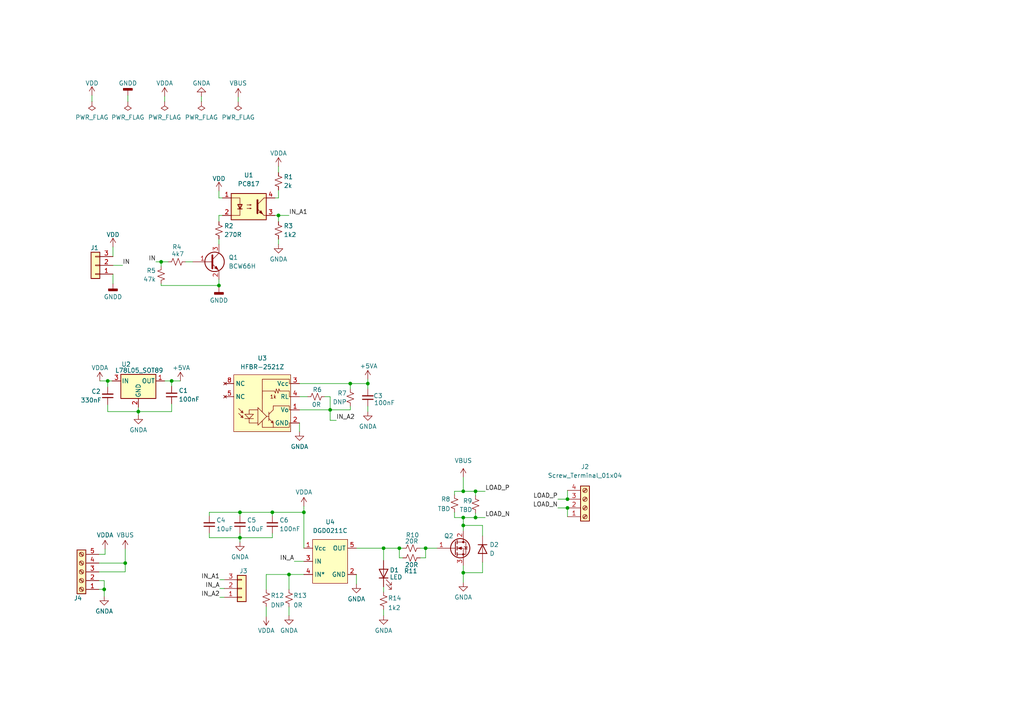
<source format=kicad_sch>
(kicad_sch (version 20211123) (generator eeschema)
  (paper "A4")
  (lib_symbols
    (symbol "CL_Fiber_Optic:HFBR-2521Z"
      (property "Reference" "U" (at -10.16 -10.16 0))
      (property "Value" "HFBR-2521Z" (at -5.08 8.89 0))
      (symbol "HFBR-2521Z_0_0"
        (rectangle (start -11.43 7.62) (end 5.08 -8.89) (fill (type background)))
        (polyline (pts (xy 0 -2.54) (xy 0 -1.397)))
        (polyline (pts (xy 4.699 -6.35) (xy 5.08 -6.35)))
        (polyline (pts (xy 4.699 -2.54) (xy 5.08 -2.54)))
        (polyline (pts (xy 4.699 1.27) (xy 5.08 1.27)))
        (polyline (pts (xy 4.699 5.08) (xy 4.699 6.35)))
        (polyline (pts (xy 4.699 5.08) (xy 5.08 5.08)))
        (text "1k" (at 0 1.27 0) (effects (font (size 1 1))))
      )
      (symbol "HFBR-2521Z_0_1"
        (polyline (pts (xy -10.033 -3.556) (xy -8.763 -4.826)))
        (polyline (pts (xy -10.033 -2.159) (xy -8.763 -3.429)))
        (polyline (pts (xy -8.255 -5.08) (xy -5.715 -5.08)))
        (polyline (pts (xy -1.27 -5.08) (xy 0 -6.35)))
        (polyline (pts (xy -1.27 -3.81) (xy 0 -2.54)))
        (polyline (pts (xy -6.985 -5.08) (xy -6.985 -6.35) (xy -4.445 -6.35)))
        (polyline (pts (xy -6.985 -3.81) (xy -6.985 -2.54) (xy -4.445 -2.54)))
        (polyline (pts (xy 4.699 -6.35) (xy 4.699 -7.62) (xy 0 -7.62)))
        (polyline (pts (xy 4.699 -2.54) (xy 4.699 -1.397) (xy 0 -1.397)))
        (polyline (pts (xy -8.763 -4.826) (xy -8.89 -4.191) (xy -9.398 -4.699) (xy -8.763 -4.826)))
        (polyline (pts (xy -8.763 -3.429) (xy -8.89 -2.794) (xy -9.398 -3.302) (xy -8.763 -3.429)))
        (polyline (pts (xy -8.255 -3.81) (xy -5.715 -3.81) (xy -6.985 -5.08) (xy -8.255 -3.81)))
        (polyline (pts (xy -4.445 -1.905) (xy -4.445 -6.985) (xy -1.905 -4.445) (xy -4.445 -1.905)))
        (polyline (pts (xy -3.175 -5.715) (xy -3.175 -7.62) (xy 0 -7.62) (xy 0 -6.35)))
        (polyline (pts (xy -3.175 0.635) (xy -3.175 6.35) (xy 4.699 6.35) (xy 4.699 6.35)))
        (polyline (pts (xy -1.905 -4.445) (xy -1.27 -4.445) (xy -1.27 -3.175) (xy -1.27 -5.715)))
        (polyline (pts (xy 0 -6.35) (xy -0.127 -5.715) (xy -0.635 -6.223) (xy 0 -6.35)))
        (polyline (pts (xy 4.699 1.27) (xy 4.699 2.921) (xy 1.905 2.921) (xy 1.651 3.556) (xy 1.397 2.286) (xy 0.889 3.556) (xy 0.635 2.286) (xy 0.381 2.921) (xy -3.175 2.921) (xy -3.175 2.921) (xy -3.175 -3.175)))
      )
      (symbol "HFBR-2521Z_1_1"
        (pin output line (at 7.62 -2.54 180) (length 2.54) (name "Vo") (number "1"))
        (pin power_in line (at 7.62 -6.35 180) (length 2.54) (name "GND") (number "2"))
        (pin power_in line (at 7.62 5.08 180) (length 2.54) (name "Vcc") (number "3"))
        (pin input line (at 7.62 1.27 180) (length 2.54) (name "RL") (number "4"))
        (pin no_connect line (at -13.97 1.27 0) (length 2.54) (name "NC") (number "5"))
        (pin no_connect line (at -13.97 5.08 0) (length 2.54) (name "NC") (number "8"))
      )
    )
    (symbol "CL_Gate_Drivers:DGD0211C"
      (property "Reference" "U" (at -5.08 7.62 0))
      (property "Value" "DGD0211C" (at 0 -7.62 0))
      (symbol "DGD0211C_0_1"
        (rectangle (start -5.08 6.35) (end 5.08 -6.35) (fill (type background)))
      )
      (symbol "DGD0211C_1_1"
        (pin power_in line (at -7.62 3.81 0) (length 2.54) (name "Vcc") (number "1"))
        (pin power_in line (at 7.62 -3.81 180) (length 2.54) (name "GND") (number "2"))
        (pin input line (at -7.62 0 0) (length 2.54) (name "IN") (number "3"))
        (pin input line (at -7.62 -3.81 0) (length 2.54) (name "IN*") (number "4"))
        (pin output line (at 7.62 3.81 180) (length 2.54) (name "OUT") (number "5"))
      )
    )
    (symbol "Connector:Screw_Terminal_01x04" (pin_names (offset 1.016) hide)
      (property "Reference" "J" (at 0 5.08 0))
      (property "Value" "Screw_Terminal_01x04" (at 0 -7.62 0))
      (symbol "Screw_Terminal_01x04_1_1"
        (rectangle (start -1.27 3.81) (end 1.27 -6.35) (stroke (width 0.254)) (fill (type background)))
        (circle (center 0 -5.08) (radius 0.635) (stroke (width 0.1524)))
        (circle (center 0 -2.54) (radius 0.635) (stroke (width 0.1524)))
        (polyline (pts (xy -0.5334 -4.7498) (xy 0.3302 -5.588)) (stroke (width 0.1524)))
        (polyline (pts (xy -0.5334 -2.2098) (xy 0.3302 -3.048)) (stroke (width 0.1524)))
        (polyline (pts (xy -0.5334 0.3302) (xy 0.3302 -0.508)) (stroke (width 0.1524)))
        (polyline (pts (xy -0.5334 2.8702) (xy 0.3302 2.032)) (stroke (width 0.1524)))
        (polyline (pts (xy -0.3556 -4.572) (xy 0.508 -5.4102)) (stroke (width 0.1524)))
        (polyline (pts (xy -0.3556 -2.032) (xy 0.508 -2.8702)) (stroke (width 0.1524)))
        (polyline (pts (xy -0.3556 0.508) (xy 0.508 -0.3302)) (stroke (width 0.1524)))
        (polyline (pts (xy -0.3556 3.048) (xy 0.508 2.2098)) (stroke (width 0.1524)))
        (circle (center 0 0) (radius 0.635) (stroke (width 0.1524)))
        (circle (center 0 2.54) (radius 0.635) (stroke (width 0.1524)))
        (pin passive line (at -5.08 2.54 0) (length 3.81) (name "Pin_1") (number "1"))
        (pin passive line (at -5.08 0 0) (length 3.81) (name "Pin_2") (number "2"))
        (pin passive line (at -5.08 -2.54 0) (length 3.81) (name "Pin_3") (number "3"))
        (pin passive line (at -5.08 -5.08 0) (length 3.81) (name "Pin_4") (number "4"))
      )
    )
    (symbol "Connector:Screw_Terminal_01x05" (pin_names (offset 1.016) hide)
      (property "Reference" "J" (at 0 7.62 0))
      (property "Value" "Screw_Terminal_01x05" (at 0 -7.62 0))
      (symbol "Screw_Terminal_01x05_1_1"
        (rectangle (start -1.27 6.35) (end 1.27 -6.35) (stroke (width 0.254)) (fill (type background)))
        (circle (center 0 -5.08) (radius 0.635) (stroke (width 0.1524)))
        (circle (center 0 -2.54) (radius 0.635) (stroke (width 0.1524)))
        (polyline (pts (xy -0.5334 -4.7498) (xy 0.3302 -5.588)) (stroke (width 0.1524)))
        (polyline (pts (xy -0.5334 -2.2098) (xy 0.3302 -3.048)) (stroke (width 0.1524)))
        (polyline (pts (xy -0.5334 0.3302) (xy 0.3302 -0.508)) (stroke (width 0.1524)))
        (polyline (pts (xy -0.5334 2.8702) (xy 0.3302 2.032)) (stroke (width 0.1524)))
        (polyline (pts (xy -0.5334 5.4102) (xy 0.3302 4.572)) (stroke (width 0.1524)))
        (polyline (pts (xy -0.3556 -4.572) (xy 0.508 -5.4102)) (stroke (width 0.1524)))
        (polyline (pts (xy -0.3556 -2.032) (xy 0.508 -2.8702)) (stroke (width 0.1524)))
        (polyline (pts (xy -0.3556 0.508) (xy 0.508 -0.3302)) (stroke (width 0.1524)))
        (polyline (pts (xy -0.3556 3.048) (xy 0.508 2.2098)) (stroke (width 0.1524)))
        (polyline (pts (xy -0.3556 5.588) (xy 0.508 4.7498)) (stroke (width 0.1524)))
        (circle (center 0 0) (radius 0.635) (stroke (width 0.1524)))
        (circle (center 0 2.54) (radius 0.635) (stroke (width 0.1524)))
        (circle (center 0 5.08) (radius 0.635) (stroke (width 0.1524)))
        (pin passive line (at -5.08 5.08 0) (length 3.81) (name "Pin_1") (number "1"))
        (pin passive line (at -5.08 2.54 0) (length 3.81) (name "Pin_2") (number "2"))
        (pin passive line (at -5.08 0 0) (length 3.81) (name "Pin_3") (number "3"))
        (pin passive line (at -5.08 -2.54 0) (length 3.81) (name "Pin_4") (number "4"))
        (pin passive line (at -5.08 -5.08 0) (length 3.81) (name "Pin_5") (number "5"))
      )
    )
    (symbol "Connector_Generic:Conn_01x03" (pin_names (offset 1.016) hide)
      (property "Reference" "J" (at 0 5.08 0))
      (property "Value" "Conn_01x03" (at 0 -5.08 0))
      (symbol "Conn_01x03_1_1"
        (rectangle (start -1.27 -2.413) (end 0 -2.667) (stroke (width 0.1524)))
        (rectangle (start -1.27 0.127) (end 0 -0.127) (stroke (width 0.1524)))
        (rectangle (start -1.27 2.667) (end 0 2.413) (stroke (width 0.1524)))
        (rectangle (start -1.27 3.81) (end 1.27 -3.81) (stroke (width 0.254)) (fill (type background)))
        (pin passive line (at -5.08 2.54 0) (length 3.81) (name "Pin_1") (number "1"))
        (pin passive line (at -5.08 0 0) (length 3.81) (name "Pin_2") (number "2"))
        (pin passive line (at -5.08 -2.54 0) (length 3.81) (name "Pin_3") (number "3"))
      )
    )
    (symbol "Device:C_Small" (pin_numbers hide) (pin_names (offset 0.254) hide)
      (property "Reference" "C" (at 0.254 1.778 0))
      (property "Value" "C_Small" (at 0.254 -2.032 0))
      (symbol "C_Small_0_1"
        (polyline (pts (xy -1.524 -0.508) (xy 1.524 -0.508)) (stroke (width 0.3302)))
        (polyline (pts (xy -1.524 0.508) (xy 1.524 0.508)) (stroke (width 0.3048)))
      )
      (symbol "C_Small_1_1"
        (pin passive line (at 0 2.54 270) (length 2.032) (name "~") (number "1"))
        (pin passive line (at 0 -2.54 90) (length 2.032) (name "~") (number "2"))
      )
    )
    (symbol "Device:D" (pin_numbers hide) (pin_names (offset 1.016) hide)
      (property "Reference" "D" (at 0 2.54 0))
      (property "Value" "D" (at 0 -2.54 0))
      (symbol "D_0_1"
        (polyline (pts (xy -1.27 1.27) (xy -1.27 -1.27)) (stroke (width 0.254)))
        (polyline (pts (xy 1.27 0) (xy -1.27 0)))
        (polyline (pts (xy 1.27 1.27) (xy 1.27 -1.27) (xy -1.27 0) (xy 1.27 1.27)) (stroke (width 0.254)))
      )
      (symbol "D_1_1"
        (pin passive line (at -3.81 0 0) (length 2.54) (name "K") (number "1"))
        (pin passive line (at 3.81 0 180) (length 2.54) (name "A") (number "2"))
      )
    )
    (symbol "Device:LED" (pin_numbers hide) (pin_names (offset 1.016) hide)
      (property "Reference" "D" (at 0 2.54 0))
      (property "Value" "LED" (at 0 -2.54 0))
      (symbol "LED_0_1"
        (polyline (pts (xy -1.27 -1.27) (xy -1.27 1.27)) (stroke (width 0.254)))
        (polyline (pts (xy -1.27 0) (xy 1.27 0)))
        (polyline (pts (xy 1.27 -1.27) (xy 1.27 1.27) (xy -1.27 0) (xy 1.27 -1.27)) (stroke (width 0.254)))
        (polyline (pts (xy -3.048 -0.762) (xy -4.572 -2.286) (xy -3.81 -2.286) (xy -4.572 -2.286) (xy -4.572 -1.524)))
        (polyline (pts (xy -1.778 -0.762) (xy -3.302 -2.286) (xy -2.54 -2.286) (xy -3.302 -2.286) (xy -3.302 -1.524)))
      )
      (symbol "LED_1_1"
        (pin passive line (at -3.81 0 0) (length 2.54) (name "K") (number "1"))
        (pin passive line (at 3.81 0 180) (length 2.54) (name "A") (number "2"))
      )
    )
    (symbol "Device:Q_NMOS_GDS" (pin_names (offset 0) hide)
      (property "Reference" "Q" (at 5.08 1.27 0))
      (property "Value" "Q_NMOS_GDS" (at 5.08 -1.27 0))
      (symbol "Q_NMOS_GDS_0_1"
        (polyline (pts (xy 0.254 0) (xy -2.54 0)))
        (polyline (pts (xy 0.254 1.905) (xy 0.254 -1.905)) (stroke (width 0.254)))
        (polyline (pts (xy 0.762 -1.27) (xy 0.762 -2.286)) (stroke (width 0.254)))
        (polyline (pts (xy 0.762 0.508) (xy 0.762 -0.508)) (stroke (width 0.254)))
        (polyline (pts (xy 0.762 2.286) (xy 0.762 1.27)) (stroke (width 0.254)))
        (polyline (pts (xy 2.54 2.54) (xy 2.54 1.778)))
        (polyline (pts (xy 2.54 -2.54) (xy 2.54 0) (xy 0.762 0)))
        (polyline (pts (xy 0.762 -1.778) (xy 3.302 -1.778) (xy 3.302 1.778) (xy 0.762 1.778)))
        (polyline (pts (xy 1.016 0) (xy 2.032 0.381) (xy 2.032 -0.381) (xy 1.016 0)) (fill (type outline)))
        (polyline (pts (xy 2.794 0.508) (xy 2.921 0.381) (xy 3.683 0.381) (xy 3.81 0.254)))
        (polyline (pts (xy 3.302 0.381) (xy 2.921 -0.254) (xy 3.683 -0.254) (xy 3.302 0.381)))
        (circle (center 1.651 0) (radius 2.794) (stroke (width 0.254)))
        (circle (center 2.54 -1.778) (radius 0.254) (fill (type outline)))
        (circle (center 2.54 1.778) (radius 0.254) (fill (type outline)))
      )
      (symbol "Q_NMOS_GDS_1_1"
        (pin input line (at -5.08 0 0) (length 2.54) (name "G") (number "1"))
        (pin passive line (at 2.54 5.08 270) (length 2.54) (name "D") (number "2"))
        (pin passive line (at 2.54 -5.08 90) (length 2.54) (name "S") (number "3"))
      )
    )
    (symbol "Device:Q_NPN_BEC" (pin_names (offset 0) hide)
      (property "Reference" "Q" (at 5.08 1.27 0))
      (property "Value" "Q_NPN_BEC" (at 5.08 -1.27 0))
      (symbol "Q_NPN_BEC_0_1"
        (polyline (pts (xy 0.635 0.635) (xy 2.54 2.54)))
        (polyline (pts (xy 0.635 -0.635) (xy 2.54 -2.54) (xy 2.54 -2.54)))
        (polyline (pts (xy 0.635 1.905) (xy 0.635 -1.905) (xy 0.635 -1.905)) (stroke (width 0.508)))
        (polyline (pts (xy 1.27 -1.778) (xy 1.778 -1.27) (xy 2.286 -2.286) (xy 1.27 -1.778) (xy 1.27 -1.778)) (fill (type outline)))
        (circle (center 1.27 0) (radius 2.8194) (stroke (width 0.254)))
      )
      (symbol "Q_NPN_BEC_1_1"
        (pin input line (at -5.08 0 0) (length 5.715) (name "B") (number "1"))
        (pin passive line (at 2.54 -5.08 90) (length 2.54) (name "E") (number "2"))
        (pin passive line (at 2.54 5.08 270) (length 2.54) (name "C") (number "3"))
      )
    )
    (symbol "Device:R_Small_US" (pin_numbers hide) (pin_names (offset 0.254) hide)
      (property "Reference" "R" (at 0.762 0.508 0))
      (property "Value" "R_Small_US" (at 0.762 -1.016 0))
      (symbol "R_Small_US_1_1"
        (polyline (pts (xy 0 0) (xy 1.016 -0.381) (xy 0 -0.762) (xy -1.016 -1.143) (xy 0 -1.524)))
        (polyline (pts (xy 0 1.524) (xy 1.016 1.143) (xy 0 0.762) (xy -1.016 0.381) (xy 0 0)))
        (pin passive line (at 0 2.54 270) (length 1.016) (name "~") (number "1"))
        (pin passive line (at 0 -2.54 90) (length 1.016) (name "~") (number "2"))
      )
    )
    (symbol "Isolator:PC817" (pin_names (offset 1.016))
      (property "Reference" "U" (at -5.08 5.08 0))
      (property "Value" "PC817" (at 0 5.08 0))
      (symbol "PC817_0_1"
        (rectangle (start -5.08 3.81) (end 5.08 -3.81) (stroke (width 0.254)) (fill (type background)))
        (polyline (pts (xy -3.175 -0.635) (xy -1.905 -0.635)) (stroke (width 0.254)))
        (polyline (pts (xy 2.54 0.635) (xy 4.445 2.54)))
        (polyline (pts (xy 4.445 -2.54) (xy 2.54 -0.635)) (fill (type outline)))
        (polyline (pts (xy 4.445 -2.54) (xy 5.08 -2.54)))
        (polyline (pts (xy 4.445 2.54) (xy 5.08 2.54)))
        (polyline (pts (xy -5.08 2.54) (xy -2.54 2.54) (xy -2.54 -0.635)))
        (polyline (pts (xy -2.54 -0.635) (xy -2.54 -2.54) (xy -5.08 -2.54)))
        (polyline (pts (xy 2.54 1.905) (xy 2.54 -1.905) (xy 2.54 -1.905)) (stroke (width 0.508)))
        (polyline (pts (xy -2.54 -0.635) (xy -3.175 0.635) (xy -1.905 0.635) (xy -2.54 -0.635)) (stroke (width 0.254)))
        (polyline (pts (xy -0.508 -0.508) (xy 0.762 -0.508) (xy 0.381 -0.635) (xy 0.381 -0.381) (xy 0.762 -0.508)))
        (polyline (pts (xy -0.508 0.508) (xy 0.762 0.508) (xy 0.381 0.381) (xy 0.381 0.635) (xy 0.762 0.508)))
        (polyline (pts (xy 3.048 -1.651) (xy 3.556 -1.143) (xy 4.064 -2.159) (xy 3.048 -1.651) (xy 3.048 -1.651)) (fill (type outline)))
      )
      (symbol "PC817_1_1"
        (pin passive line (at -7.62 2.54 0) (length 2.54) (name "~") (number "1"))
        (pin passive line (at -7.62 -2.54 0) (length 2.54) (name "~") (number "2"))
        (pin passive line (at 7.62 -2.54 180) (length 2.54) (name "~") (number "3"))
        (pin passive line (at 7.62 2.54 180) (length 2.54) (name "~") (number "4"))
      )
    )
    (symbol "Regulator_Linear:L78L05_SOT89" (pin_names (offset 0.254))
      (property "Reference" "U" (at -3.81 3.175 0))
      (property "Value" "L78L05_SOT89" (at -0.635 3.175 0))
      (symbol "L78L05_SOT89_0_1"
        (rectangle (start -5.08 1.905) (end 5.08 -5.08) (stroke (width 0.254)) (fill (type background)))
      )
      (symbol "L78L05_SOT89_1_1"
        (pin power_out line (at 7.62 0 180) (length 2.54) (name "OUT") (number "1"))
        (pin power_in line (at 0 -7.62 90) (length 2.54) (name "GND") (number "2"))
        (pin power_in line (at -7.62 0 0) (length 2.54) (name "IN") (number "3"))
      )
    )
    (symbol "power:+5VA" (power) (pin_names (offset 0))
      (property "Value" "+5VA" (at 0 3.556 0))
      (symbol "+5VA_0_1"
        (polyline (pts (xy -0.762 1.27) (xy 0 2.54)))
        (polyline (pts (xy 0 0) (xy 0 2.54)))
        (polyline (pts (xy 0 2.54) (xy 0.762 1.27)))
      )
      (symbol "+5VA_1_1"
        (pin power_in line (at 0 0 90) (length 0) hide (name "+5VA") (number "1"))
      )
    )
    (symbol "power:GNDA" (power) (pin_names (offset 0))
      (property "Value" "GNDA" (at 0 -3.81 0))
      (symbol "GNDA_0_1"
        (polyline (pts (xy 0 0) (xy 0 -1.27) (xy 1.27 -1.27) (xy 0 -2.54) (xy -1.27 -1.27) (xy 0 -1.27)))
      )
      (symbol "GNDA_1_1"
        (pin power_in line (at 0 0 270) (length 0) hide (name "GNDA") (number "1"))
      )
    )
    (symbol "power:GNDD" (power) (pin_names (offset 0))
      (property "Value" "GNDD" (at 0 -3.175 0))
      (symbol "GNDD_0_1"
        (rectangle (start -1.27 -1.524) (end 1.27 -2.032) (stroke (width 0.254)) (fill (type outline)))
        (polyline (pts (xy 0 0) (xy 0 -1.524)))
      )
      (symbol "GNDD_1_1"
        (pin power_in line (at 0 0 270) (length 0) hide (name "GNDD") (number "1"))
      )
    )
    (symbol "power:PWR_FLAG" (power) (pin_numbers hide) (pin_names (offset 0) hide)
      (property "Value" "PWR_FLAG" (at 0 3.81 0))
      (symbol "PWR_FLAG_0_0"
        (pin power_out line (at 0 0 90) (length 0) (name "pwr") (number "1"))
      )
      (symbol "PWR_FLAG_0_1"
        (polyline (pts (xy 0 0) (xy 0 1.27) (xy -1.016 1.905) (xy 0 2.54) (xy 1.016 1.905) (xy 0 1.27)))
      )
    )
    (symbol "power:VBUS" (power) (pin_names (offset 0))
      (property "Value" "VBUS" (at 0 3.81 0))
      (symbol "VBUS_0_1"
        (polyline (pts (xy -0.762 1.27) (xy 0 2.54)))
        (polyline (pts (xy 0 0) (xy 0 2.54)))
        (polyline (pts (xy 0 2.54) (xy 0.762 1.27)))
      )
      (symbol "VBUS_1_1"
        (pin power_in line (at 0 0 90) (length 0) hide (name "VBUS") (number "1"))
      )
    )
    (symbol "power:VDD" (power) (pin_names (offset 0))
      (property "Value" "VDD" (at 0 3.81 0))
      (symbol "VDD_0_1"
        (polyline (pts (xy -0.762 1.27) (xy 0 2.54)))
        (polyline (pts (xy 0 0) (xy 0 2.54)))
        (polyline (pts (xy 0 2.54) (xy 0.762 1.27)))
      )
      (symbol "VDD_1_1"
        (pin power_in line (at 0 0 90) (length 0) hide (name "VDD") (number "1"))
      )
    )
    (symbol "power:VDDA" (power) (pin_names (offset 0))
      (property "Value" "VDDA" (at 0 3.81 0))
      (symbol "VDDA_0_1"
        (polyline (pts (xy -0.762 1.27) (xy 0 2.54)))
        (polyline (pts (xy 0 0) (xy 0 2.54)))
        (polyline (pts (xy 0 2.54) (xy 0.762 1.27)))
      )
      (symbol "VDDA_1_1"
        (pin power_in line (at 0 0 90) (length 0) hide (name "VDDA") (number "1"))
      )
    )
  )
  (junction (at 101.6 111.252))
  (junction (at 31.242 110.49))
  (junction (at 164.592 144.78))
  (junction (at 106.68 111.252))
  (junction (at 78.994 148.59))
  (junction (at 123.444 159.004))
  (junction (at 115.824 159.004))
  (junction (at 164.592 147.32))
  (junction (at 30.226 170.942))
  (junction (at 137.922 150.114))
  (junction (at 40.132 119.38))
  (junction (at 46.736 75.946))
  (junction (at 88.138 148.59))
  (junction (at 137.922 142.494))
  (junction (at 134.366 150.114))
  (junction (at 63.5 82.804))
  (junction (at 69.596 148.59))
  (junction (at 134.366 142.494))
  (junction (at 111.252 159.004))
  (junction (at 49.784 110.49))
  (junction (at 95.758 118.872))
  (junction (at 69.596 155.956))
  (junction (at 80.772 62.484))
  (junction (at 36.322 163.322))
  (junction (at 134.366 152.4))
  (junction (at 83.82 166.624))
  (junction (at 134.366 166.116))
  (wire (pts (xy 106.68 109.982) (xy 106.68 111.252)))
  (wire (pts (xy 30.226 170.942) (xy 30.226 172.974)))
  (wire (pts (xy 80.772 55.118) (xy 80.772 57.404)))
  (wire (pts (xy 63.5 81.026) (xy 63.5 82.804)))
  (wire (pts (xy 64.516 57.404) (xy 63.5 57.404)))
  (wire (pts (xy 80.772 57.404) (xy 79.756 57.404)))
  (wire (pts (xy 164.592 142.24) (xy 164.592 144.78)))
  (wire (pts (xy 60.706 155.956) (xy 69.596 155.956)))
  (wire (pts (xy 101.6 111.252) (xy 106.68 111.252)))
  (wire (pts (xy 83.82 176.022) (xy 83.82 178.562)))
  (wire (pts (xy 121.92 159.004) (xy 123.444 159.004)))
  (wire (pts (xy 131.826 142.494) (xy 134.366 142.494)))
  (wire (pts (xy 45.212 75.946) (xy 46.736 75.946)))
  (wire (pts (xy 28.702 170.942) (xy 30.226 170.942)))
  (wire (pts (xy 63.5 62.484) (xy 64.516 62.484)))
  (wire (pts (xy 46.736 82.804) (xy 63.5 82.804)))
  (wire (pts (xy 111.252 159.004) (xy 115.824 159.004)))
  (wire (pts (xy 137.922 142.494) (xy 137.922 143.764)))
  (wire (pts (xy 60.706 154.686) (xy 60.706 155.956)))
  (wire (pts (xy 69.596 148.59) (xy 69.596 149.606)))
  (wire (pts (xy 79.756 62.484) (xy 80.772 62.484)))
  (wire (pts (xy 134.366 150.114) (xy 134.366 152.4)))
  (wire (pts (xy 32.766 79.502) (xy 32.766 82.296)))
  (wire (pts (xy 60.706 148.59) (xy 69.596 148.59)))
  (wire (pts (xy 63.5 82.804) (xy 63.5 83.312)))
  (wire (pts (xy 28.702 168.402) (xy 30.226 168.402)))
  (wire (pts (xy 28.956 110.49) (xy 31.242 110.49)))
  (wire (pts (xy 95.758 121.92) (xy 95.758 118.872)))
  (wire (pts (xy 78.994 148.59) (xy 88.138 148.59)))
  (wire (pts (xy 137.922 148.844) (xy 137.922 150.114)))
  (wire (pts (xy 65.024 168.148) (xy 63.754 168.148)))
  (wire (pts (xy 86.868 111.252) (xy 101.6 111.252)))
  (wire (pts (xy 47.752 27.94) (xy 47.752 29.464)))
  (wire (pts (xy 40.132 118.11) (xy 40.132 119.38)))
  (wire (pts (xy 63.5 57.404) (xy 63.5 55.372)))
  (wire (pts (xy 30.48 159.258) (xy 30.48 160.782)))
  (wire (pts (xy 65.024 173.228) (xy 63.754 173.228)))
  (wire (pts (xy 161.798 147.32) (xy 164.592 147.32)))
  (wire (pts (xy 77.216 166.624) (xy 83.82 166.624)))
  (wire (pts (xy 97.536 121.92) (xy 95.758 121.92)))
  (wire (pts (xy 95.758 115.062) (xy 95.758 118.872)))
  (wire (pts (xy 65.024 170.688) (xy 63.754 170.688)))
  (wire (pts (xy 134.366 142.494) (xy 137.922 142.494)))
  (wire (pts (xy 60.706 149.606) (xy 60.706 148.59)))
  (wire (pts (xy 80.772 62.484) (xy 80.772 64.262)))
  (wire (pts (xy 86.868 118.872) (xy 95.758 118.872)))
  (wire (pts (xy 78.994 155.956) (xy 69.596 155.956)))
  (wire (pts (xy 32.766 71.628) (xy 32.766 74.422)))
  (wire (pts (xy 134.366 150.114) (xy 137.922 150.114)))
  (wire (pts (xy 88.138 148.59) (xy 88.138 159.004)))
  (wire (pts (xy 32.512 110.49) (xy 31.242 110.49)))
  (wire (pts (xy 111.252 170.18) (xy 111.252 171.704)))
  (wire (pts (xy 95.758 118.872) (xy 101.6 118.872)))
  (wire (pts (xy 83.82 166.624) (xy 88.138 166.624)))
  (wire (pts (xy 116.84 161.798) (xy 115.824 161.798)))
  (wire (pts (xy 80.772 62.484) (xy 83.82 62.484)))
  (wire (pts (xy 40.132 119.38) (xy 49.784 119.38)))
  (wire (pts (xy 80.772 69.342) (xy 80.772 70.866)))
  (wire (pts (xy 78.994 154.686) (xy 78.994 155.956)))
  (wire (pts (xy 115.824 159.004) (xy 116.84 159.004)))
  (wire (pts (xy 31.242 110.49) (xy 31.242 112.268)))
  (wire (pts (xy 85.344 162.814) (xy 88.138 162.814)))
  (wire (pts (xy 47.752 110.49) (xy 49.784 110.49)))
  (wire (pts (xy 106.68 111.252) (xy 106.68 112.776)))
  (wire (pts (xy 30.48 160.782) (xy 28.702 160.782)))
  (wire (pts (xy 26.67 27.686) (xy 26.67 29.464)))
  (wire (pts (xy 63.5 64.262) (xy 63.5 62.484)))
  (wire (pts (xy 134.366 138.43) (xy 134.366 142.494)))
  (wire (pts (xy 58.42 27.94) (xy 58.42 29.464)))
  (wire (pts (xy 49.784 110.49) (xy 49.784 112.014)))
  (wire (pts (xy 134.366 166.116) (xy 134.366 168.91)))
  (wire (pts (xy 78.994 148.59) (xy 78.994 149.606)))
  (wire (pts (xy 46.736 82.296) (xy 46.736 82.804)))
  (wire (pts (xy 36.322 165.862) (xy 36.322 163.322)))
  (wire (pts (xy 36.322 163.322) (xy 36.322 159.258)))
  (wire (pts (xy 101.6 118.872) (xy 101.6 117.856)))
  (wire (pts (xy 69.596 148.59) (xy 78.994 148.59)))
  (wire (pts (xy 48.768 75.946) (xy 46.736 75.946)))
  (wire (pts (xy 123.444 159.004) (xy 126.746 159.004)))
  (wire (pts (xy 37.084 27.686) (xy 37.084 29.464)))
  (wire (pts (xy 106.68 117.856) (xy 106.68 119.38)))
  (wire (pts (xy 77.216 176.022) (xy 77.216 178.816)))
  (wire (pts (xy 69.088 28.194) (xy 69.088 29.464)))
  (wire (pts (xy 28.702 163.322) (xy 36.322 163.322)))
  (wire (pts (xy 77.216 170.942) (xy 77.216 166.624)))
  (wire (pts (xy 49.784 110.49) (xy 52.324 110.49)))
  (wire (pts (xy 121.92 161.798) (xy 123.444 161.798)))
  (wire (pts (xy 137.922 150.114) (xy 140.716 150.114)))
  (wire (pts (xy 69.596 154.686) (xy 69.596 155.956)))
  (wire (pts (xy 94.234 115.062) (xy 95.758 115.062)))
  (wire (pts (xy 123.444 161.798) (xy 123.444 159.004)))
  (wire (pts (xy 164.592 147.32) (xy 164.592 149.86)))
  (wire (pts (xy 101.6 111.252) (xy 101.6 112.776)))
  (wire (pts (xy 111.252 176.784) (xy 111.252 178.562)))
  (wire (pts (xy 161.798 144.78) (xy 164.592 144.78)))
  (wire (pts (xy 134.366 152.4) (xy 134.366 153.924)))
  (wire (pts (xy 31.242 119.38) (xy 40.132 119.38)))
  (wire (pts (xy 139.954 163.068) (xy 139.954 166.116)))
  (wire (pts (xy 69.596 155.956) (xy 69.596 157.226)))
  (wire (pts (xy 86.868 122.682) (xy 86.868 125.222)))
  (wire (pts (xy 88.138 146.812) (xy 88.138 148.59)))
  (wire (pts (xy 80.772 48.26) (xy 80.772 50.038)))
  (wire (pts (xy 131.826 143.51) (xy 131.826 142.494)))
  (wire (pts (xy 115.824 161.798) (xy 115.824 159.004)))
  (wire (pts (xy 32.766 76.962) (xy 35.56 76.962)))
  (wire (pts (xy 30.226 168.402) (xy 30.226 170.942)))
  (wire (pts (xy 86.868 115.062) (xy 89.154 115.062)))
  (wire (pts (xy 49.784 119.38) (xy 49.784 117.094)))
  (wire (pts (xy 137.922 142.494) (xy 140.716 142.494)))
  (wire (pts (xy 63.5 69.342) (xy 63.5 70.866)))
  (wire (pts (xy 28.702 165.862) (xy 36.322 165.862)))
  (wire (pts (xy 131.826 148.59) (xy 131.826 150.114)))
  (wire (pts (xy 53.848 75.946) (xy 55.88 75.946)))
  (wire (pts (xy 83.82 166.624) (xy 83.82 170.942)))
  (wire (pts (xy 103.378 166.624) (xy 103.378 169.418)))
  (wire (pts (xy 103.378 159.004) (xy 111.252 159.004)))
  (wire (pts (xy 31.242 117.348) (xy 31.242 119.38)))
  (wire (pts (xy 40.132 119.38) (xy 40.132 120.396)))
  (wire (pts (xy 139.954 155.448) (xy 139.954 152.4)))
  (wire (pts (xy 111.252 159.004) (xy 111.252 162.56)))
  (wire (pts (xy 134.366 164.084) (xy 134.366 166.116)))
  (wire (pts (xy 134.366 152.4) (xy 139.954 152.4)))
  (wire (pts (xy 139.954 166.116) (xy 134.366 166.116)))
  (wire (pts (xy 131.826 150.114) (xy 134.366 150.114)))
  (wire (pts (xy 46.736 75.946) (xy 46.736 77.216)))
  (label "IN_A" (at 85.344 162.814 180))
  (label "IN_A" (at 63.754 170.688 180))
  (label "IN_A2" (at 97.536 121.92 0))
  (label "LOAD_N" (at 140.716 150.114 0))
  (label "IN_A1" (at 83.82 62.484 0))
  (label "LOAD_N" (at 161.798 147.32 180))
  (label "IN_A2" (at 63.754 173.228 180))
  (label "IN_A1" (at 63.754 168.148 180))
  (label "IN" (at 45.212 75.946 180))
  (label "IN" (at 35.56 76.962 0))
  (label "LOAD_P" (at 161.798 144.78 180))
  (label "LOAD_P" (at 140.716 142.494 0))
  (symbol (lib_id "Device:R_Small_US") (at 80.772 52.578 0) (unit 1)
    (property "Reference" "R1" (at 82.296 51.308 0) (effects (justify left)))
    (property "Value" "2k" (at 82.296 53.848 0) (effects (justify left)))
    (property "Footprint" "Resistor_SMD:R_0805_2012Metric_Pad1.20x1.40mm_HandSolder" (effects hide))
  )
  (symbol (lib_id "Device:R_Small_US") (at 77.216 173.482 0) (unit 1)
    (property "Reference" "R12" (at 78.486 172.72 0) (effects (justify left)))
    (property "Value" "DNP" (at 78.486 175.514 0) (effects (justify left)))
    (property "Footprint" "Resistor_SMD:R_0805_2012Metric_Pad1.20x1.40mm_HandSolder" (effects hide))
  )
  (symbol (lib_id "CL_Fiber_Optic:HFBR-2521Z") (at 79.248 116.332 0) (unit 1)
    (property "Reference" "U3" (at 76.073 103.886 0))
    (property "Value" "HFBR-2521Z" (at 76.073 106.426 0))
    (property "Footprint" "CL_Fiber_Optic:HFBR-2521Z" (effects hide))
    (property "Datasheet" "https://docs.broadcom.com/doc/AV02-1501EN" (effects hide))
  )
  (symbol (lib_id "power:GNDA") (at 134.366 168.91 0) (unit 1)
    (property "Reference" "#PWR0106" (effects hide))
    (property "Value" "GNDA" (at 134.366 173.228 0))
  )
  (symbol (lib_id "Device:R_Small_US") (at 91.694 115.062 270) (unit 1)
    (property "Reference" "R6" (at 90.678 113.03 90) (effects (justify left)))
    (property "Value" "0R" (at 90.424 117.348 90) (effects (justify left)))
    (property "Footprint" "Resistor_SMD:R_0805_2012Metric_Pad1.20x1.40mm_HandSolder" (effects hide))
  )
  (symbol (lib_id "Device:Q_NMOS_GDS") (at 131.826 159.004 0) (unit 1)
    (property "Reference" "Q2" (at 128.778 155.448 0) (effects (justify left)))
    (property "Value" "Q_NMOS_GDS" (effects hide))
    (property "Footprint" "Package_TO_SOT_SMD:TO-252-2" (effects hide))
  )
  (symbol (lib_id "Connector:Screw_Terminal_01x04") (at 169.672 147.32 0) (mirror x) (unit 1)
    (property "Reference" "J2" (at 169.672 135.382 0))
    (property "Value" "Screw_Terminal_01x04" (at 169.672 137.922 0))
    (property "Footprint" "TerminalBlock_Phoenix:TerminalBlock_Phoenix_MKDS-1,5-4-5.08_1x04_P5.08mm_Horizontal" (effects hide))
  )
  (symbol (lib_id "Device:R_Small_US") (at 119.38 161.798 270) (unit 1)
    (property "Reference" "R11" (at 119.126 165.608 90))
    (property "Value" "20R" (at 119.38 163.83 90))
    (property "Footprint" "Resistor_SMD:R_MELF_MMB-0207" (effects hide))
  )
  (symbol (lib_id "power:PWR_FLAG") (at 47.752 29.464 180) (unit 1)
    (property "Reference" "#FLG0105" (effects hide))
    (property "Value" "PWR_FLAG" (at 47.752 34.036 0))
  )
  (symbol (lib_id "power:GNDA") (at 83.82 178.562 0) (unit 1)
    (property "Reference" "#PWR0108" (effects hide))
    (property "Value" "GNDA" (at 83.82 182.88 0))
  )
  (symbol (lib_id "Device:LED") (at 111.252 166.37 90) (unit 1)
    (property "Reference" "D1" (at 113.03 165.354 90) (effects (justify right)))
    (property "Value" "LED" (at 113.03 167.386 90) (effects (justify right)))
    (property "Footprint" "LED_SMD:LED_0805_2012Metric_Pad1.15x1.40mm_HandSolder" (effects hide))
  )
  (symbol (lib_id "Isolator:PC817") (at 72.136 59.944 0) (unit 1)
    (property "Reference" "U1" (at 72.136 50.8 0))
    (property "Value" "PC817" (at 72.136 53.34 0))
    (property "Footprint" "Package_DIP:DIP-4_W8.89mm_SMDSocket_LongPads" (effects hide))
    (property "Datasheet" "http://www.soselectronic.cz/a_info/resource/d/pc817.pdf" (effects hide))
  )
  (symbol (lib_id "power:VBUS") (at 36.322 159.258 0) (mirror y) (unit 1)
    (property "Reference" "#PWR0113" (effects hide))
    (property "Value" "VBUS" (at 36.322 155.194 0))
  )
  (symbol (lib_id "Device:R_Small_US") (at 137.922 146.304 180) (unit 1)
    (property "Reference" "R9" (at 135.636 145.288 0))
    (property "Value" "TBD" (at 135.128 147.828 0))
    (property "Footprint" "Resistor_THT:R_Axial_Power_L38.0mm_W9.0mm_P45.72mm" (effects hide))
  )
  (symbol (lib_id "power:PWR_FLAG") (at 26.67 29.464 180) (unit 1)
    (property "Reference" "#FLG0101" (effects hide))
    (property "Value" "PWR_FLAG" (at 26.67 34.036 0))
  )
  (symbol (lib_id "power:VBUS") (at 134.366 138.43 0) (unit 1)
    (property "Reference" "#PWR0105" (effects hide))
    (property "Value" "VBUS" (at 134.366 133.604 0))
  )
  (symbol (lib_id "power:GNDA") (at 40.132 120.396 0) (unit 1)
    (property "Reference" "#PWR0124" (effects hide))
    (property "Value" "GNDA" (at 40.132 124.714 0))
  )
  (symbol (lib_id "power:GNDA") (at 80.772 70.866 0) (unit 1)
    (property "Reference" "#PWR0120" (effects hide))
    (property "Value" "GNDA" (at 80.772 75.184 0))
  )
  (symbol (lib_id "power:VDDA") (at 88.138 146.812 0) (unit 1)
    (property "Reference" "#PWR0107" (effects hide))
    (property "Value" "VDDA" (at 88.138 142.748 0))
  )
  (symbol (lib_id "Device:R_Small_US") (at 63.5 66.802 0) (unit 1)
    (property "Reference" "R2" (at 65.024 65.532 0) (effects (justify left)))
    (property "Value" "270R" (at 65.024 68.072 0) (effects (justify left)))
    (property "Footprint" "Resistor_SMD:R_0805_2012Metric_Pad1.20x1.40mm_HandSolder" (effects hide))
  )
  (symbol (lib_id "power:VDD") (at 32.766 71.628 0) (unit 1)
    (property "Reference" "#PWR0111" (effects hide))
    (property "Value" "VDD" (at 32.766 68.072 0))
  )
  (symbol (lib_id "Device:C_Small") (at 60.706 152.146 180) (unit 1)
    (property "Reference" "C4" (at 62.738 150.876 0) (effects (justify right)))
    (property "Value" "10uF" (at 62.738 153.416 0) (effects (justify right)))
    (property "Footprint" "Capacitor_SMD:C_0805_2012Metric_Pad1.18x1.45mm_HandSolder" (effects hide))
  )
  (symbol (lib_id "Device:C_Small") (at 31.242 114.808 0) (mirror x) (unit 1)
    (property "Reference" "C2" (at 29.21 113.538 0) (effects (justify right)))
    (property "Value" "330nF" (at 29.464 116.078 0) (effects (justify right)))
    (property "Footprint" "Capacitor_SMD:C_0805_2012Metric_Pad1.18x1.45mm_HandSolder" (effects hide))
  )
  (symbol (lib_id "power:VDD") (at 26.67 27.686 0) (unit 1)
    (property "Reference" "#PWR0115" (effects hide))
    (property "Value" "VDD" (at 26.67 24.13 0))
  )
  (symbol (lib_id "power:GNDD") (at 32.766 82.296 0) (unit 1)
    (property "Reference" "#PWR0112" (effects hide))
    (property "Value" "GNDD" (at 32.766 86.106 0))
  )
  (symbol (lib_id "power:VDDA") (at 30.48 159.258 0) (unit 1)
    (property "Reference" "#PWR0114" (effects hide))
    (property "Value" "VDDA" (at 30.48 155.194 0))
  )
  (symbol (lib_id "power:GNDA") (at 86.868 125.222 0) (unit 1)
    (property "Reference" "#PWR0102" (effects hide))
    (property "Value" "GNDA" (at 86.868 129.54 0))
  )
  (symbol (lib_id "Device:R_Small_US") (at 80.772 66.802 0) (unit 1)
    (property "Reference" "R3" (at 82.296 65.532 0) (effects (justify left)))
    (property "Value" "1k2" (at 82.296 68.072 0) (effects (justify left)))
    (property "Footprint" "Resistor_SMD:R_0805_2012Metric_Pad1.20x1.40mm_HandSolder" (effects hide))
  )
  (symbol (lib_id "power:GNDA") (at 103.378 169.418 0) (unit 1)
    (property "Reference" "#PWR0126" (effects hide))
    (property "Value" "GNDA" (at 103.378 173.736 0))
  )
  (symbol (lib_id "power:PWR_FLAG") (at 58.42 29.464 180) (unit 1)
    (property "Reference" "#FLG0104" (effects hide))
    (property "Value" "PWR_FLAG" (at 58.42 34.036 0))
  )
  (symbol (lib_id "power:GNDA") (at 106.68 119.38 0) (unit 1)
    (property "Reference" "#PWR0101" (effects hide))
    (property "Value" "GNDA" (at 106.68 123.698 0))
  )
  (symbol (lib_id "power:PWR_FLAG") (at 69.088 29.464 180) (unit 1)
    (property "Reference" "#FLG0106" (effects hide))
    (property "Value" "PWR_FLAG" (at 69.088 34.036 0))
  )
  (symbol (lib_id "Device:R_Small_US") (at 83.82 173.482 0) (unit 1)
    (property "Reference" "R13" (at 85.09 172.72 0) (effects (justify left)))
    (property "Value" "0R" (at 85.09 175.514 0) (effects (justify left)))
    (property "Footprint" "Resistor_SMD:R_0805_2012Metric_Pad1.20x1.40mm_HandSolder" (effects hide))
  )
  (symbol (lib_id "power:GNDD") (at 37.084 27.686 180) (unit 1)
    (property "Reference" "#PWR0116" (effects hide))
    (property "Value" "GNDD" (at 37.084 24.13 0))
  )
  (symbol (lib_id "Device:C_Small") (at 69.596 152.146 180) (unit 1)
    (property "Reference" "C5" (at 71.628 150.876 0) (effects (justify right)))
    (property "Value" "10uF" (at 71.628 153.416 0) (effects (justify right)))
    (property "Footprint" "Capacitor_SMD:C_0805_2012Metric_Pad1.18x1.45mm_HandSolder" (effects hide))
  )
  (symbol (lib_id "Device:R_Small_US") (at 131.826 146.05 180) (unit 1)
    (property "Reference" "R8" (at 129.286 144.78 0))
    (property "Value" "TBD" (at 128.778 147.574 0))
    (property "Footprint" "Resistor_THT:R_Axial_Power_L38.0mm_W9.0mm_P45.72mm" (effects hide))
  )
  (symbol (lib_id "Device:C_Small") (at 106.68 115.316 0) (mirror x) (unit 1)
    (property "Reference" "C3" (at 110.998 114.808 0) (effects (justify right)))
    (property "Value" "100nF" (at 114.554 116.84 0) (effects (justify right)))
    (property "Footprint" "Capacitor_SMD:C_0805_2012Metric_Pad1.18x1.45mm_HandSolder" (effects hide))
  )
  (symbol (lib_id "Connector_Generic:Conn_01x03") (at 27.686 76.962 180) (unit 1)
    (property "Reference" "J1" (at 27.432 71.882 0))
    (property "Value" "Conn_01x03" (effects hide))
    (property "Footprint" "Connector_PinHeader_2.54mm:PinHeader_1x03_P2.54mm_Vertical" (effects hide))
  )
  (symbol (lib_id "Connector:Screw_Terminal_01x05") (at 23.622 165.862 180) (unit 1)
    (property "Reference" "J4" (at 22.606 173.482 0))
    (property "Value" "Screw_Terminal_01x05" (effects hide))
    (property "Footprint" "TerminalBlock_Phoenix:TerminalBlock_Phoenix_MKDS-1,5-5-5.08_1x05_P5.08mm_Horizontal" (effects hide))
  )
  (symbol (lib_id "Device:R_Small_US") (at 119.38 159.004 90) (unit 1)
    (property "Reference" "R10" (at 119.634 155.194 90))
    (property "Value" "20R" (at 119.38 156.972 90))
    (property "Footprint" "Resistor_SMD:R_MELF_MMB-0207" (effects hide))
  )
  (symbol (lib_id "power:VDDA") (at 47.752 27.94 0) (unit 1)
    (property "Reference" "#PWR0119" (effects hide))
    (property "Value" "VDDA" (at 47.752 24.13 0))
  )
  (symbol (lib_id "power:PWR_FLAG") (at 37.084 29.464 180) (unit 1)
    (property "Reference" "#FLG0102" (effects hide))
    (property "Value" "PWR_FLAG" (at 37.084 34.036 0))
  )
  (symbol (lib_id "Device:R_Small_US") (at 51.308 75.946 90) (unit 1)
    (property "Reference" "R4" (at 51.308 71.628 90))
    (property "Value" "4k7" (at 51.562 73.66 90))
    (property "Footprint" "Resistor_SMD:R_0805_2012Metric_Pad1.20x1.40mm_HandSolder" (effects hide))
  )
  (symbol (lib_id "power:GNDA") (at 58.42 27.94 180) (unit 1)
    (property "Reference" "#PWR0118" (effects hide))
    (property "Value" "GNDA" (at 58.42 24.13 0))
  )
  (symbol (lib_id "power:GNDA") (at 69.596 157.226 0) (unit 1)
    (property "Reference" "#PWR01" (effects hide))
    (property "Value" "GNDA" (at 69.596 161.544 0))
  )
  (symbol (lib_id "CL_Gate_Drivers:DGD0211C") (at 95.758 162.814 0) (unit 1)
    (property "Reference" "U4" (at 95.758 151.384 0))
    (property "Value" "DGD0211C" (at 95.758 153.924 0))
    (property "Footprint" "Package_TO_SOT_SMD:TSOT-23-5_HandSoldering" (effects hide))
    (property "Datasheet" "https://www.diodes.com/assets/Datasheets/DGD0211C.pdf" (effects hide))
  )
  (symbol (lib_id "Device:Q_NPN_BEC") (at 60.96 75.946 0) (unit 1)
    (property "Reference" "Q1" (at 66.294 74.6759 0) (effects (justify left)))
    (property "Value" "BCW66H" (at 66.294 77.2159 0) (effects (justify left)))
    (property "Footprint" "Package_TO_SOT_SMD:SOT-23W" (effects hide))
  )
  (symbol (lib_id "Device:R_Small_US") (at 111.252 174.244 0) (unit 1)
    (property "Reference" "R14" (at 112.522 173.482 0) (effects (justify left)))
    (property "Value" "1k2" (at 112.522 176.276 0) (effects (justify left)))
    (property "Footprint" "Resistor_SMD:R_0805_2012Metric_Pad1.20x1.40mm_HandSolder" (effects hide))
  )
  (symbol (lib_id "Device:R_Small_US") (at 46.736 79.756 0) (mirror x) (unit 1)
    (property "Reference" "R5" (at 45.212 78.486 0) (effects (justify right)))
    (property "Value" "47k" (at 45.212 81.026 0) (effects (justify right)))
    (property "Footprint" "Resistor_SMD:R_0805_2012Metric_Pad1.20x1.40mm_HandSolder" (effects hide))
  )
  (symbol (lib_id "power:VDD") (at 63.5 55.372 0) (unit 1)
    (property "Reference" "#PWR0122" (effects hide))
    (property "Value" "VDD" (at 63.5 51.816 0))
  )
  (symbol (lib_id "power:VDDA") (at 77.216 178.816 180) (unit 1)
    (property "Reference" "#PWR0109" (effects hide))
    (property "Value" "VDDA" (at 77.216 182.88 0))
  )
  (symbol (lib_id "Device:C_Small") (at 78.994 152.146 180) (unit 1)
    (property "Reference" "C6" (at 81.026 150.876 0) (effects (justify right)))
    (property "Value" "100nF" (at 81.026 153.416 0) (effects (justify right)))
    (property "Footprint" "Capacitor_SMD:C_0805_2012Metric_Pad1.18x1.45mm_HandSolder" (effects hide))
  )
  (symbol (lib_id "power:GNDD") (at 63.5 83.312 0) (unit 1)
    (property "Reference" "#PWR0104" (effects hide))
    (property "Value" "GNDD" (at 63.5 87.122 0))
  )
  (symbol (lib_id "Regulator_Linear:L78L05_SOT89") (at 40.132 110.49 0) (unit 1)
    (property "Reference" "U2" (at 36.576 105.664 0))
    (property "Value" "L78L05_SOT89" (at 40.386 107.442 0))
    (property "Footprint" "Package_TO_SOT_SMD:SOT-89-3" (effects hide))
    (property "Datasheet" "http://www.st.com/content/ccc/resource/technical/document/datasheet/15/55/e5/aa/23/5b/43/fd/CD00000446.pdf/files/CD00000446.pdf/jcr:content/translations/en.CD00000446.pdf" (effects hide))
  )
  (symbol (lib_id "power:VDDA") (at 80.772 48.26 0) (unit 1)
    (property "Reference" "#PWR0121" (effects hide))
    (property "Value" "VDDA" (at 80.772 44.45 0))
  )
  (symbol (lib_id "Device:D") (at 139.954 159.258 270) (unit 1)
    (property "Reference" "D2" (at 141.986 157.9879 90) (effects (justify left)))
    (property "Value" "D" (at 141.986 160.5279 90) (effects (justify left)))
    (property "Footprint" "Diode_SMD:D_SMA" (effects hide))
  )
  (symbol (lib_id "Device:R_Small_US") (at 101.6 115.316 180) (unit 1)
    (property "Reference" "R7" (at 100.584 114.046 0) (effects (justify left)))
    (property "Value" "DNP" (at 100.584 116.586 0) (effects (justify left)))
    (property "Footprint" "Resistor_SMD:R_0805_2012Metric_Pad1.20x1.40mm_HandSolder" (effects hide))
  )
  (symbol (lib_id "power:VBUS") (at 69.088 28.194 0) (unit 1)
    (property "Reference" "#PWR0128" (effects hide))
    (property "Value" "VBUS" (at 69.088 24.13 0))
  )
  (symbol (lib_id "power:GNDA") (at 111.252 178.562 0) (unit 1)
    (property "Reference" "#PWR0127" (effects hide))
    (property "Value" "GNDA" (at 111.252 182.88 0))
  )
  (symbol (lib_id "Connector_Generic:Conn_01x03") (at 70.104 170.688 0) (mirror x) (unit 1)
    (property "Reference" "J3" (at 70.612 165.608 0))
    (property "Value" "Conn_01x03" (effects hide))
    (property "Footprint" "Connector_PinHeader_2.54mm:PinHeader_1x03_P2.54mm_Vertical" (effects hide))
  )
  (symbol (lib_id "power:+5VA") (at 106.68 109.982 0) (unit 1)
    (property "Reference" "#PWR0103" (effects hide))
    (property "Value" "+5VA" (at 106.934 106.172 0))
  )
  (symbol (lib_id "power:VDDA") (at 28.956 110.49 0) (unit 1)
    (property "Reference" "#PWR0125" (effects hide))
    (property "Value" "VDDA" (at 28.956 106.68 0))
  )
  (symbol (lib_id "Device:C_Small") (at 49.784 114.554 180) (unit 1)
    (property "Reference" "C1" (at 51.816 113.284 0) (effects (justify right)))
    (property "Value" "100nF" (at 51.816 115.824 0) (effects (justify right)))
    (property "Footprint" "Capacitor_SMD:C_0805_2012Metric_Pad1.18x1.45mm_HandSolder" (effects hide))
  )
  (symbol (lib_id "power:GNDA") (at 30.226 172.974 0) (unit 1)
    (property "Reference" "#PWR0110" (effects hide))
    (property "Value" "GNDA" (at 30.226 177.292 0))
  )
  (symbol (lib_id "power:+5VA") (at 52.324 110.49 0) (unit 1)
    (property "Reference" "#PWR0123" (effects hide))
    (property "Value" "+5VA" (at 52.578 106.68 0))
  )
)
</source>
